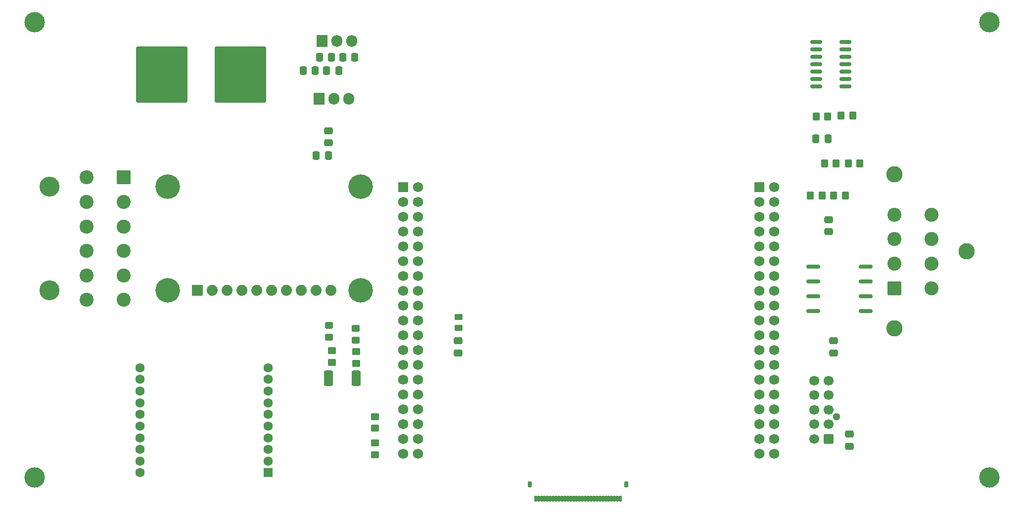
<source format=gbr>
%TF.GenerationSoftware,KiCad,Pcbnew,9.0.0*%
%TF.CreationDate,2025-03-11T01:30:40-07:00*%
%TF.ProjectId,TelemMainV3,54656c65-6d4d-4616-996e-56332e6b6963,3.0*%
%TF.SameCoordinates,Original*%
%TF.FileFunction,Soldermask,Top*%
%TF.FilePolarity,Negative*%
%FSLAX46Y46*%
G04 Gerber Fmt 4.6, Leading zero omitted, Abs format (unit mm)*
G04 Created by KiCad (PCBNEW 9.0.0) date 2025-03-11 01:30:40*
%MOMM*%
%LPD*%
G01*
G04 APERTURE LIST*
G04 Aperture macros list*
%AMRoundRect*
0 Rectangle with rounded corners*
0 $1 Rounding radius*
0 $2 $3 $4 $5 $6 $7 $8 $9 X,Y pos of 4 corners*
0 Add a 4 corners polygon primitive as box body*
4,1,4,$2,$3,$4,$5,$6,$7,$8,$9,$2,$3,0*
0 Add four circle primitives for the rounded corners*
1,1,$1+$1,$2,$3*
1,1,$1+$1,$4,$5*
1,1,$1+$1,$6,$7*
1,1,$1+$1,$8,$9*
0 Add four rect primitives between the rounded corners*
20,1,$1+$1,$2,$3,$4,$5,0*
20,1,$1+$1,$4,$5,$6,$7,0*
20,1,$1+$1,$6,$7,$8,$9,0*
20,1,$1+$1,$8,$9,$2,$3,0*%
G04 Aperture macros list end*
%ADD10C,3.500000*%
%ADD11RoundRect,0.250000X-0.450000X0.325000X-0.450000X-0.325000X0.450000X-0.325000X0.450000X0.325000X0*%
%ADD12RoundRect,0.250000X0.450000X-0.350000X0.450000X0.350000X-0.450000X0.350000X-0.450000X-0.350000X0*%
%ADD13RoundRect,0.249999X-0.512501X-1.075001X0.512501X-1.075001X0.512501X1.075001X-0.512501X1.075001X0*%
%ADD14RoundRect,0.102000X0.700000X0.700000X-0.700000X0.700000X-0.700000X-0.700000X0.700000X-0.700000X0*%
%ADD15C,1.604000*%
%ADD16C,4.203200*%
%ADD17C,1.879600*%
%ADD18RoundRect,0.101600X0.838200X-0.838200X0.838200X0.838200X-0.838200X0.838200X-0.838200X-0.838200X0*%
%ADD19RoundRect,0.249999X4.150001X4.550001X-4.150001X4.550001X-4.150001X-4.550001X4.150001X-4.550001X0*%
%ADD20C,2.400000*%
%ADD21RoundRect,0.250000X0.950000X-0.950000X0.950000X0.950000X-0.950000X0.950000X-0.950000X-0.950000X0*%
%ADD22C,3.430000*%
%ADD23RoundRect,0.250000X-0.950000X0.950000X-0.950000X-0.950000X0.950000X-0.950000X0.950000X0.950000X0*%
%ADD24C,2.790000*%
%ADD25RoundRect,0.162500X-1.012500X-0.162500X1.012500X-0.162500X1.012500X0.162500X-1.012500X0.162500X0*%
%ADD26RoundRect,0.250000X0.350000X0.450000X-0.350000X0.450000X-0.350000X-0.450000X0.350000X-0.450000X0*%
%ADD27RoundRect,0.250000X-0.337500X-0.475000X0.337500X-0.475000X0.337500X0.475000X-0.337500X0.475000X0*%
%ADD28RoundRect,0.250000X-0.350000X-0.450000X0.350000X-0.450000X0.350000X0.450000X-0.350000X0.450000X0*%
%ADD29RoundRect,0.250000X-0.475000X0.337500X-0.475000X-0.337500X0.475000X-0.337500X0.475000X0.337500X0*%
%ADD30RoundRect,0.150000X0.825000X0.150000X-0.825000X0.150000X-0.825000X-0.150000X0.825000X-0.150000X0*%
%ADD31RoundRect,0.102000X-0.765000X-0.765000X0.765000X-0.765000X0.765000X0.765000X-0.765000X0.765000X0*%
%ADD32C,1.734000*%
%ADD33RoundRect,0.250000X-0.450000X0.262500X-0.450000X-0.262500X0.450000X-0.262500X0.450000X0.262500X0*%
%ADD34RoundRect,0.250000X0.475000X-0.337500X0.475000X0.337500X-0.475000X0.337500X-0.475000X-0.337500X0*%
%ADD35RoundRect,0.102000X0.150000X0.400000X-0.150000X0.400000X-0.150000X-0.400000X0.150000X-0.400000X0*%
%ADD36RoundRect,0.102000X0.200000X0.400000X-0.200000X0.400000X-0.200000X-0.400000X0.200000X-0.400000X0*%
%ADD37RoundRect,0.250000X0.337500X0.475000X-0.337500X0.475000X-0.337500X-0.475000X0.337500X-0.475000X0*%
%ADD38R,1.905000X2.000000*%
%ADD39O,1.905000X2.000000*%
%ADD40C,1.300000*%
%ADD41RoundRect,0.250000X0.600000X0.600000X-0.600000X0.600000X-0.600000X-0.600000X0.600000X-0.600000X0*%
%ADD42C,1.700000*%
G04 APERTURE END LIST*
D10*
%TO.C,REF\u002A\u002A*%
X65500000Y-135052000D03*
%TD*%
%TO.C,REF\u002A\u002A*%
X228950000Y-135052000D03*
%TD*%
%TO.C,REF\u002A\u002A*%
X228950000Y-57000000D03*
%TD*%
%TO.C,REF\u002A\u002A*%
X65500000Y-57000000D03*
%TD*%
D11*
%TO.C,D4*%
X115917200Y-108975000D03*
X115917200Y-111025000D03*
%TD*%
D12*
%TO.C,R14*%
X120500000Y-115500000D03*
X120500000Y-113500000D03*
%TD*%
%TO.C,R15*%
X116417200Y-113296800D03*
X116417200Y-115296800D03*
%TD*%
D11*
%TO.C,D3*%
X120417200Y-111525000D03*
X120417200Y-109475000D03*
%TD*%
D13*
%TO.C,D1*%
X115825000Y-118000000D03*
X120500000Y-118000000D03*
%TD*%
D14*
%TO.C,U5*%
X105500000Y-134250000D03*
D15*
X105500000Y-132250000D03*
X105500000Y-130250000D03*
X105500000Y-128250000D03*
X105500000Y-126250000D03*
X105500000Y-124250000D03*
X105500000Y-122250000D03*
X105500000Y-120250000D03*
X105500000Y-118250000D03*
X105500000Y-116250000D03*
X83500000Y-116250000D03*
X83500000Y-118250000D03*
X83500000Y-120250000D03*
X83500000Y-122250000D03*
X83500000Y-124250000D03*
X83500000Y-126250000D03*
X83500000Y-128250000D03*
X83500000Y-130250000D03*
X83500000Y-132250000D03*
X83500000Y-134250000D03*
%TD*%
D16*
%TO.C,U8*%
X121272000Y-103000000D03*
X121272000Y-85220000D03*
X88252000Y-103000000D03*
X88252000Y-85220000D03*
D17*
X116192000Y-103000000D03*
X113652000Y-103000000D03*
X111112000Y-103000000D03*
X108572000Y-103000000D03*
X106032000Y-103000000D03*
X103492000Y-103000000D03*
X100952000Y-103000000D03*
X98412000Y-103000000D03*
X95872000Y-103000000D03*
D18*
X93332000Y-103000000D03*
%TD*%
D19*
%TO.C,C9*%
X87250000Y-66000000D03*
X100750000Y-66000000D03*
%TD*%
D20*
%TO.C,J3*%
X74350000Y-83610000D03*
X74350000Y-87810000D03*
X74350000Y-92010000D03*
X74350000Y-96210000D03*
X74350000Y-100410000D03*
X74350000Y-104610000D03*
X80700000Y-104610000D03*
X80700000Y-100410000D03*
X80700000Y-96210000D03*
X80700000Y-92010000D03*
X80700000Y-87810000D03*
D21*
X80700000Y-83610000D03*
D22*
X68000000Y-85220000D03*
X68000000Y-103000000D03*
%TD*%
D20*
%TO.C,J1*%
X219000000Y-102600000D03*
X219000000Y-98400000D03*
X219000000Y-94200000D03*
X219000000Y-90000000D03*
X212650000Y-90000000D03*
X212650000Y-94200000D03*
X212650000Y-98400000D03*
D23*
X212650000Y-102600000D03*
D24*
X212650000Y-109500000D03*
X225000000Y-96300000D03*
X212650000Y-83100000D03*
%TD*%
D25*
%TO.C,U4*%
X207782000Y-98870000D03*
X207782000Y-101410000D03*
X207782000Y-103950000D03*
X207782000Y-106490000D03*
X198732000Y-106490000D03*
X198732000Y-103950000D03*
X198732000Y-101410000D03*
X198732000Y-98870000D03*
%TD*%
D26*
%TO.C,R6*%
X201257000Y-73180000D03*
X199257000Y-73180000D03*
%TD*%
D27*
%TO.C,C14*%
X199219500Y-76990000D03*
X201294500Y-76990000D03*
%TD*%
D26*
%TO.C,R12*%
X204757000Y-81180000D03*
X206757000Y-81180000D03*
%TD*%
D28*
%TO.C,R13*%
X202693000Y-81180000D03*
X200693000Y-81180000D03*
%TD*%
D26*
%TO.C,R8*%
X204270200Y-86680000D03*
X202270200Y-86680000D03*
%TD*%
D28*
%TO.C,R7*%
X198257000Y-86680000D03*
X200257000Y-86680000D03*
%TD*%
D29*
%TO.C,C8*%
X201378400Y-92907500D03*
X201378400Y-90832500D03*
%TD*%
D28*
%TO.C,R5*%
X205500000Y-73000000D03*
X203500000Y-73000000D03*
%TD*%
D30*
%TO.C,U6*%
X199282000Y-67990000D03*
X199282000Y-66720000D03*
X199282000Y-65450000D03*
X199282000Y-64180000D03*
X199282000Y-62910000D03*
X199282000Y-61640000D03*
X199282000Y-60370000D03*
X204232000Y-60370000D03*
X204232000Y-61640000D03*
X204232000Y-62910000D03*
X204232000Y-64180000D03*
X204232000Y-65450000D03*
X204232000Y-66720000D03*
X204232000Y-67990000D03*
%TD*%
D29*
%TO.C,C7*%
X202257000Y-111642500D03*
X202257000Y-113717500D03*
%TD*%
D31*
%TO.C,U3*%
X128547000Y-85285000D03*
D32*
X131087000Y-85285000D03*
X128547000Y-87825000D03*
X131087000Y-87825000D03*
X128547000Y-90365000D03*
X131087000Y-90365000D03*
X128547000Y-92905000D03*
X131087000Y-92905000D03*
X128547000Y-95445000D03*
X131087000Y-95445000D03*
X128547000Y-97985000D03*
X131087000Y-97985000D03*
X128547000Y-100525000D03*
X131087000Y-100525000D03*
X128547000Y-103065000D03*
X131087000Y-103065000D03*
X128547000Y-105605000D03*
X131087000Y-105605000D03*
X128547000Y-108145000D03*
X131087000Y-108145000D03*
X128547000Y-110685000D03*
X131087000Y-110685000D03*
X128547000Y-113225000D03*
X131087000Y-113225000D03*
X128547000Y-115765000D03*
X131087000Y-115765000D03*
X128547000Y-118305000D03*
X131087000Y-118305000D03*
X128547000Y-120845000D03*
X131087000Y-120845000D03*
X128547000Y-123385000D03*
X131087000Y-123385000D03*
X128547000Y-125925000D03*
X131087000Y-125925000D03*
X128547000Y-128465000D03*
X131087000Y-128465000D03*
X128547000Y-131005000D03*
X131087000Y-131005000D03*
D31*
X189507000Y-85285000D03*
D32*
X192047000Y-85285000D03*
X189507000Y-87825000D03*
X192047000Y-87825000D03*
X189507000Y-90365000D03*
X192047000Y-90365000D03*
X189507000Y-92905000D03*
X192047000Y-92905000D03*
X189507000Y-95445000D03*
X192047000Y-95445000D03*
X189507000Y-97985000D03*
X192047000Y-97985000D03*
X189507000Y-100525000D03*
X192047000Y-100525000D03*
X189507000Y-103065000D03*
X192047000Y-103065000D03*
X189507000Y-105605000D03*
X192047000Y-105605000D03*
X189507000Y-108145000D03*
X192047000Y-108145000D03*
X189507000Y-110685000D03*
X192047000Y-110685000D03*
X189507000Y-113225000D03*
X192047000Y-113225000D03*
X189507000Y-115765000D03*
X192047000Y-115765000D03*
X189507000Y-118305000D03*
X192047000Y-118305000D03*
X189507000Y-120845000D03*
X192047000Y-120845000D03*
X189507000Y-123385000D03*
X192047000Y-123385000D03*
X189507000Y-125925000D03*
X192047000Y-125925000D03*
X189507000Y-128465000D03*
X192047000Y-128465000D03*
X189507000Y-131005000D03*
X192047000Y-131005000D03*
%TD*%
D33*
%TO.C,R11*%
X138040000Y-109377500D03*
X138040000Y-107552500D03*
%TD*%
D34*
%TO.C,C5*%
X138007000Y-111605000D03*
X138007000Y-113680000D03*
%TD*%
D35*
%TO.C,J5*%
X165750000Y-138720000D03*
X165250000Y-138720000D03*
X164750000Y-138720000D03*
X164250000Y-138720000D03*
X163750000Y-138720000D03*
X163250000Y-138720000D03*
D36*
X166750000Y-136220000D03*
X150250000Y-136220000D03*
D35*
X162750000Y-138720000D03*
X162250000Y-138720000D03*
X161750000Y-138720000D03*
X161250000Y-138720000D03*
X160750000Y-138720000D03*
X160250000Y-138720000D03*
X159750000Y-138720000D03*
X159250000Y-138720000D03*
X158750000Y-138720000D03*
X158250000Y-138720000D03*
X157750000Y-138720000D03*
X157250000Y-138720000D03*
X156750000Y-138720000D03*
X156250000Y-138720000D03*
X155750000Y-138720000D03*
X155250000Y-138720000D03*
X154750000Y-138720000D03*
X154250000Y-138720000D03*
X153750000Y-138720000D03*
X153250000Y-138720000D03*
X152750000Y-138720000D03*
X152250000Y-138720000D03*
X151750000Y-138720000D03*
X151250000Y-138720000D03*
%TD*%
D37*
%TO.C,C4*%
X120307000Y-62971000D03*
X118232000Y-62971000D03*
%TD*%
%TO.C,C12*%
X115778500Y-79842900D03*
X113703500Y-79842900D03*
%TD*%
D34*
%TO.C,C11*%
X115757000Y-77680000D03*
X115757000Y-75605000D03*
%TD*%
D12*
%TO.C,R1*%
X123790600Y-131131200D03*
X123790600Y-129131200D03*
%TD*%
D38*
%TO.C,U1*%
X114177000Y-70125000D03*
D39*
X116717000Y-70125000D03*
X119257000Y-70125000D03*
%TD*%
D38*
%TO.C,U2*%
X114677000Y-60180000D03*
D39*
X117217000Y-60180000D03*
X119757000Y-60180000D03*
%TD*%
D37*
%TO.C,C3*%
X117540500Y-65260000D03*
X115465500Y-65260000D03*
%TD*%
D27*
%TO.C,C1*%
X111465500Y-65260000D03*
X113540500Y-65260000D03*
%TD*%
D12*
%TO.C,R2*%
X123790600Y-126610000D03*
X123790600Y-124610000D03*
%TD*%
D34*
%TO.C,C13*%
X204917000Y-129717500D03*
X204917000Y-127642500D03*
%TD*%
D27*
%TO.C,C2*%
X114232000Y-62971000D03*
X116307000Y-62971000D03*
%TD*%
D40*
%TO.C,J4*%
X202757000Y-124680000D03*
D41*
X201417000Y-128430000D03*
D42*
X201417000Y-125930000D03*
X201417000Y-123430000D03*
X201417000Y-120930000D03*
X201417000Y-118430000D03*
X198917000Y-128430000D03*
X198917000Y-125930000D03*
X198917000Y-123430000D03*
X198917000Y-120930000D03*
X198917000Y-118430000D03*
%TD*%
M02*

</source>
